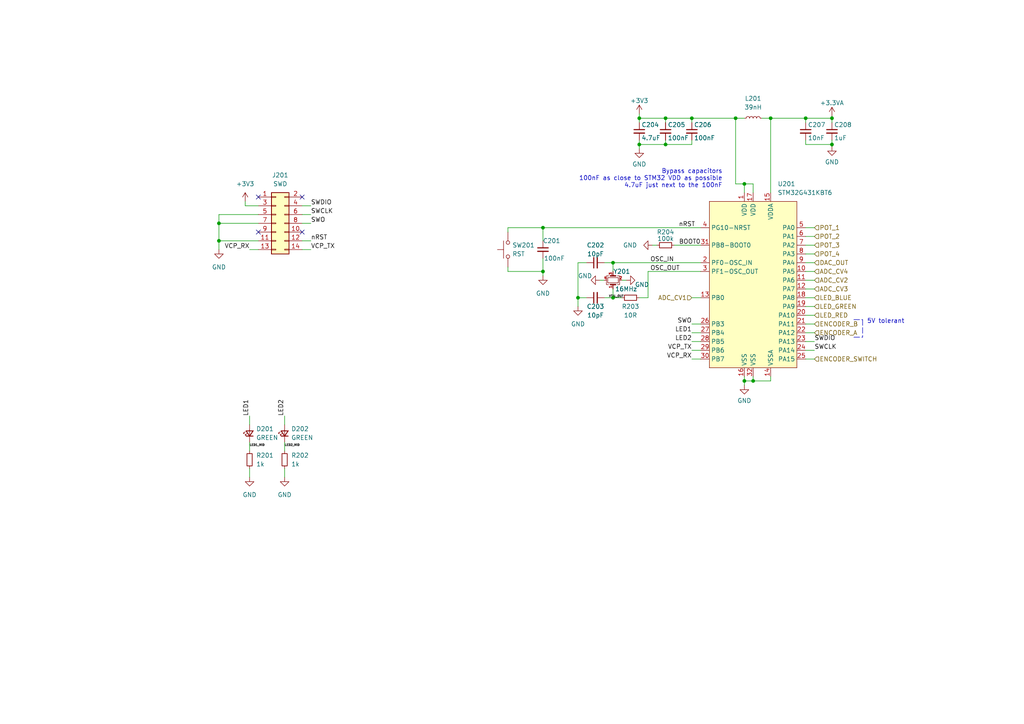
<source format=kicad_sch>
(kicad_sch (version 20211123) (generator eeschema)
  (paper "A4")
  (lib_symbols
    (symbol "Connector_Generic:Conn_02x07_Odd_Even" (pin_names (offset 1.016) hide)
      (property "Reference" "J" (at 1.27 10.16 0))
      (property "Value" "Conn_02x07_Odd_Even" (at 1.27 -10.16 0))
      (symbol "Conn_02x07_Odd_Even_1_1"
        (rectangle (start -1.27 -7.493) (end 0 -7.747) (stroke (width 0.1524)))
        (rectangle (start -1.27 -4.953) (end 0 -5.207) (stroke (width 0.1524)))
        (rectangle (start -1.27 -2.413) (end 0 -2.667) (stroke (width 0.1524)))
        (rectangle (start -1.27 0.127) (end 0 -0.127) (stroke (width 0.1524)))
        (rectangle (start -1.27 2.667) (end 0 2.413) (stroke (width 0.1524)))
        (rectangle (start -1.27 5.207) (end 0 4.953) (stroke (width 0.1524)))
        (rectangle (start -1.27 7.747) (end 0 7.493) (stroke (width 0.1524)))
        (rectangle (start -1.27 8.89) (end 3.81 -8.89) (stroke (width 0.254)) (fill (type background)))
        (rectangle (start 3.81 -7.493) (end 2.54 -7.747) (stroke (width 0.1524)))
        (rectangle (start 3.81 -4.953) (end 2.54 -5.207) (stroke (width 0.1524)))
        (rectangle (start 3.81 -2.413) (end 2.54 -2.667) (stroke (width 0.1524)))
        (rectangle (start 3.81 0.127) (end 2.54 -0.127) (stroke (width 0.1524)))
        (rectangle (start 3.81 2.667) (end 2.54 2.413) (stroke (width 0.1524)))
        (rectangle (start 3.81 5.207) (end 2.54 4.953) (stroke (width 0.1524)))
        (rectangle (start 3.81 7.747) (end 2.54 7.493) (stroke (width 0.1524)))
        (pin passive line (at -5.08 7.62 0) (length 3.81) (name "Pin_1") (number "1"))
        (pin passive line (at 7.62 -2.54 180) (length 3.81) (name "Pin_10") (number "10"))
        (pin passive line (at -5.08 -5.08 0) (length 3.81) (name "Pin_11") (number "11"))
        (pin passive line (at 7.62 -5.08 180) (length 3.81) (name "Pin_12") (number "12"))
        (pin passive line (at -5.08 -7.62 0) (length 3.81) (name "Pin_13") (number "13"))
        (pin passive line (at 7.62 -7.62 180) (length 3.81) (name "Pin_14") (number "14"))
        (pin passive line (at 7.62 7.62 180) (length 3.81) (name "Pin_2") (number "2"))
        (pin passive line (at -5.08 5.08 0) (length 3.81) (name "Pin_3") (number "3"))
        (pin passive line (at 7.62 5.08 180) (length 3.81) (name "Pin_4") (number "4"))
        (pin passive line (at -5.08 2.54 0) (length 3.81) (name "Pin_5") (number "5"))
        (pin passive line (at 7.62 2.54 180) (length 3.81) (name "Pin_6") (number "6"))
        (pin passive line (at -5.08 0 0) (length 3.81) (name "Pin_7") (number "7"))
        (pin passive line (at 7.62 0 180) (length 3.81) (name "Pin_8") (number "8"))
        (pin passive line (at -5.08 -2.54 0) (length 3.81) (name "Pin_9") (number "9"))
      )
    )
    (symbol "Device:C_Small" (pin_numbers hide) (pin_names (offset 0.254) hide)
      (property "Reference" "C" (at 0.254 1.778 0))
      (property "Value" "C_Small" (at 0.254 -2.032 0))
      (symbol "C_Small_0_1"
        (polyline (pts (xy -1.524 -0.508) (xy 1.524 -0.508)) (stroke (width 0.3302)))
        (polyline (pts (xy -1.524 0.508) (xy 1.524 0.508)) (stroke (width 0.3048)))
      )
      (symbol "C_Small_1_1"
        (pin passive line (at 0 2.54 270) (length 2.032) (name "~") (number "1"))
        (pin passive line (at 0 -2.54 90) (length 2.032) (name "~") (number "2"))
      )
    )
    (symbol "Device:Crystal_GND24_Small" (pin_names (offset 1.016) hide)
      (property "Reference" "Y" (at 1.27 4.445 0))
      (property "Value" "Crystal_GND24_Small" (at 1.27 2.54 0))
      (symbol "Crystal_GND24_Small_0_1"
        (rectangle (start -0.762 -1.524) (end 0.762 1.524))
        (polyline (pts (xy -1.27 -0.762) (xy -1.27 0.762)) (stroke (width 0.381)))
        (polyline (pts (xy 1.27 -0.762) (xy 1.27 0.762)) (stroke (width 0.381)))
        (polyline (pts (xy -1.27 -1.27) (xy -1.27 -1.905) (xy 1.27 -1.905) (xy 1.27 -1.27)))
        (polyline (pts (xy -1.27 1.27) (xy -1.27 1.905) (xy 1.27 1.905) (xy 1.27 1.27)))
      )
      (symbol "Crystal_GND24_Small_1_1"
        (pin passive line (at -2.54 0 0) (length 1.27) (name "1") (number "1"))
        (pin passive line (at 0 -2.54 90) (length 0.635) (name "2") (number "2"))
        (pin passive line (at 2.54 0 180) (length 1.27) (name "3") (number "3"))
        (pin passive line (at 0 2.54 270) (length 0.635) (name "4") (number "4"))
      )
    )
    (symbol "Device:LED_Small" (pin_numbers hide) (pin_names (offset 0.254) hide)
      (property "Reference" "D" (at -1.27 3.175 0))
      (property "Value" "LED_Small" (at -4.445 -2.54 0))
      (symbol "LED_Small_0_1"
        (polyline (pts (xy -0.762 -1.016) (xy -0.762 1.016)) (stroke (width 0.254)))
        (polyline (pts (xy 1.016 0) (xy -0.762 0)))
        (polyline (pts (xy 0.762 -1.016) (xy -0.762 0) (xy 0.762 1.016) (xy 0.762 -1.016)) (stroke (width 0.254)))
        (polyline (pts (xy 0 0.762) (xy -0.508 1.27) (xy -0.254 1.27) (xy -0.508 1.27) (xy -0.508 1.016)))
        (polyline (pts (xy 0.508 1.27) (xy 0 1.778) (xy 0.254 1.778) (xy 0 1.778) (xy 0 1.524)))
      )
      (symbol "LED_Small_1_1"
        (pin passive line (at -2.54 0 0) (length 1.778) (name "K") (number "1"))
        (pin passive line (at 2.54 0 180) (length 1.778) (name "A") (number "2"))
      )
    )
    (symbol "Device:L_Small" (pin_numbers hide) (pin_names (offset 0.254) hide)
      (property "Reference" "L" (at 0.762 1.016 0))
      (property "Value" "L_Small" (at 0.762 -1.016 0))
      (symbol "L_Small_0_1"
        (arc (start 0 -2.032) (mid 0.508 -1.524) (end 0 -1.016))
        (arc (start 0 -1.016) (mid 0.508 -0.508) (end 0 0))
        (arc (start 0 0) (mid 0.508 0.508) (end 0 1.016))
        (arc (start 0 1.016) (mid 0.508 1.524) (end 0 2.032))
      )
      (symbol "L_Small_1_1"
        (pin passive line (at 0 2.54 270) (length 0.508) (name "~") (number "1"))
        (pin passive line (at 0 -2.54 90) (length 0.508) (name "~") (number "2"))
      )
    )
    (symbol "Device:R_Small" (pin_numbers hide) (pin_names (offset 0.254) hide)
      (property "Reference" "R" (at 0.762 0.508 0))
      (property "Value" "R_Small" (at 0.762 -1.016 0))
      (symbol "R_Small_0_1"
        (rectangle (start -0.762 1.778) (end 0.762 -1.778) (stroke (width 0.2032)))
      )
      (symbol "R_Small_1_1"
        (pin passive line (at 0 2.54 270) (length 0.762) (name "~") (number "1"))
        (pin passive line (at 0 -2.54 90) (length 0.762) (name "~") (number "2"))
      )
    )
    (symbol "Switch:SW_Push" (pin_numbers hide) (pin_names (offset 1.016) hide)
      (property "Reference" "SW" (at 1.27 2.54 0))
      (property "Value" "SW_Push" (at 0 -1.524 0))
      (symbol "SW_Push_0_1"
        (circle (center -2.032 0) (radius 0.508))
        (polyline (pts (xy 0 1.27) (xy 0 3.048)))
        (polyline (pts (xy 2.54 1.27) (xy -2.54 1.27)))
        (circle (center 2.032 0) (radius 0.508))
        (pin passive line (at -5.08 0 0) (length 2.54) (name "1") (number "1"))
        (pin passive line (at 5.08 0 180) (length 2.54) (name "2") (number "2"))
      )
    )
    (symbol "WITNS_ST:STM32G431KBT6"
      (property "Reference" "U" (at 7.62 29.21 0))
      (property "Value" "STM32G431KBT6" (at 7.62 26.67 0))
      (symbol "STM32G431KBT6_0_1"
        (rectangle (start -12.7 24.13) (end 12.7 -24.13) (fill (type background)))
      )
      (symbol "STM32G431KBT6_1_1"
        (pin power_in line (at -2.54 26.67 270) (length 2.54) (name "VDD") (number "1"))
        (pin bidirectional line (at 15.24 3.81 180) (length 2.54) (name "PA5") (number "10"))
        (pin bidirectional line (at 15.24 1.27 180) (length 2.54) (name "PA6") (number "11"))
        (pin bidirectional line (at 15.24 -1.27 180) (length 2.54) (name "PA7") (number "12"))
        (pin bidirectional line (at -15.24 -3.81 0) (length 2.54) (name "PB0") (number "13"))
        (pin power_in line (at 5.08 -26.67 90) (length 2.54) (name "VSSA") (number "14"))
        (pin power_in line (at 5.08 26.67 270) (length 2.54) (name "VDDA") (number "15"))
        (pin power_in line (at -2.54 -26.67 90) (length 2.54) (name "VSS") (number "16"))
        (pin power_in line (at 0 26.67 270) (length 2.54) (name "VDD") (number "17"))
        (pin bidirectional line (at 15.24 -3.81 180) (length 2.54) (name "PA8") (number "18"))
        (pin bidirectional line (at 15.24 -6.35 180) (length 2.54) (name "PA9") (number "19"))
        (pin bidirectional line (at -15.24 6.35 0) (length 2.54) (name "PF0-OSC_IN") (number "2"))
        (pin bidirectional line (at 15.24 -8.89 180) (length 2.54) (name "PA10") (number "20"))
        (pin bidirectional line (at 15.24 -11.43 180) (length 2.54) (name "PA11") (number "21"))
        (pin bidirectional line (at 15.24 -13.97 180) (length 2.54) (name "PA12") (number "22"))
        (pin bidirectional line (at 15.24 -16.51 180) (length 2.54) (name "PA13") (number "23"))
        (pin bidirectional line (at 15.24 -19.05 180) (length 2.54) (name "PA14") (number "24"))
        (pin bidirectional line (at 15.24 -21.59 180) (length 2.54) (name "PA15") (number "25"))
        (pin bidirectional line (at -15.24 -11.43 0) (length 2.54) (name "PB3") (number "26"))
        (pin bidirectional line (at -15.24 -13.97 0) (length 2.54) (name "PB4") (number "27"))
        (pin bidirectional line (at -15.24 -16.51 0) (length 2.54) (name "PB5") (number "28"))
        (pin bidirectional line (at -15.24 -19.05 0) (length 2.54) (name "PB6") (number "29"))
        (pin bidirectional line (at -15.24 3.81 0) (length 2.54) (name "PF1-OSC_OUT") (number "3"))
        (pin bidirectional line (at -15.24 -21.59 0) (length 2.54) (name "PB7") (number "30"))
        (pin bidirectional line (at -15.24 11.43 0) (length 2.54) (name "PB8-BOOT0") (number "31"))
        (pin power_in line (at 0 -26.67 90) (length 2.54) (name "VSS") (number "32"))
        (pin bidirectional line (at -15.24 16.51 0) (length 2.54) (name "PG10-NRST") (number "4"))
        (pin bidirectional line (at 15.24 16.51 180) (length 2.54) (name "PA0") (number "5"))
        (pin bidirectional line (at 15.24 13.97 180) (length 2.54) (name "PA1") (number "6"))
        (pin bidirectional line (at 15.24 11.43 180) (length 2.54) (name "PA2") (number "7"))
        (pin bidirectional line (at 15.24 8.89 180) (length 2.54) (name "PA3") (number "8"))
        (pin bidirectional line (at 15.24 6.35 180) (length 2.54) (name "PA4") (number "9"))
      )
    )
    (symbol "power:+3.3V" (power) (pin_names (offset 0))
      (property "Value" "+3.3V" (at 0 3.556 0))
      (symbol "+3.3V_0_1"
        (polyline (pts (xy -0.762 1.27) (xy 0 2.54)))
        (polyline (pts (xy 0 0) (xy 0 2.54)))
        (polyline (pts (xy 0 2.54) (xy 0.762 1.27)))
      )
      (symbol "+3.3V_1_1"
        (pin power_in line (at 0 0 90) (length 0) hide (name "+3V3") (number "1"))
      )
    )
    (symbol "power:+3.3VA" (power) (pin_names (offset 0))
      (property "Value" "+3.3VA" (at 0 3.556 0))
      (symbol "+3.3VA_0_1"
        (polyline (pts (xy -0.762 1.27) (xy 0 2.54)))
        (polyline (pts (xy 0 0) (xy 0 2.54)))
        (polyline (pts (xy 0 2.54) (xy 0.762 1.27)))
      )
      (symbol "+3.3VA_1_1"
        (pin power_in line (at 0 0 90) (length 0) hide (name "+3.3VA") (number "1"))
      )
    )
    (symbol "power:GND" (power) (pin_names (offset 0))
      (property "Value" "GND" (at 0 -3.81 0))
      (symbol "GND_0_1"
        (polyline (pts (xy 0 0) (xy 0 -1.27) (xy 1.27 -1.27) (xy 0 -2.54) (xy -1.27 -1.27) (xy 0 -1.27)))
      )
      (symbol "GND_1_1"
        (pin power_in line (at 0 0 270) (length 0) hide (name "GND") (number "1"))
      )
    )
  )
  (junction (at 177.8 86.36))
  (junction (at 193.04 34.29))
  (junction (at 215.9 110.49))
  (junction (at 193.04 41.91))
  (junction (at 215.9 53.34))
  (junction (at 223.52 34.29))
  (junction (at 185.42 34.29))
  (junction (at 185.42 41.91))
  (junction (at 241.3 34.29))
  (junction (at 241.3 41.91))
  (junction (at 177.8 76.2))
  (junction (at 200.66 34.29))
  (junction (at 63.5 69.85))
  (junction (at 157.48 78.74))
  (junction (at 213.36 34.29))
  (junction (at 218.44 110.49))
  (junction (at 233.68 34.29))
  (junction (at 167.64 86.36))
  (junction (at 63.5 64.77))
  (junction (at 157.48 66.04))
  (no_connect (at 74.93 67.31))
  (no_connect (at 87.63 57.15))
  (no_connect (at 74.93 57.15))
  (no_connect (at 87.63 67.31))
  (wire (pts (xy 175.26 76.2) (xy 177.8 76.2)))
  (wire (pts (xy 200.66 99.06) (xy 203.2 99.06)))
  (wire (pts (xy 177.8 78.74) (xy 177.8 76.2)))
  (wire (pts (xy 185.42 86.36) (xy 187.96 86.36)))
  (wire (pts (xy 193.04 40.64) (xy 193.04 41.91)))
  (wire (pts (xy 233.68 76.2) (xy 236.22 76.2)))
  (wire (pts (xy 193.04 41.91) (xy 185.42 41.91)))
  (wire (pts (xy 233.68 99.06) (xy 236.22 99.06)))
  (wire (pts (xy 87.63 59.69) (xy 90.17 59.69)))
  (wire (pts (xy 147.32 67.31) (xy 147.32 66.04)))
  (wire (pts (xy 63.5 64.77) (xy 63.5 69.85)))
  (wire (pts (xy 63.5 64.77) (xy 74.93 64.77)))
  (wire (pts (xy 185.42 33.02) (xy 185.42 34.29)))
  (wire (pts (xy 63.5 69.85) (xy 63.5 72.39)))
  (wire (pts (xy 223.52 34.29) (xy 233.68 34.29)))
  (wire (pts (xy 193.04 34.29) (xy 193.04 35.56)))
  (wire (pts (xy 180.34 81.28) (xy 181.61 81.28)))
  (wire (pts (xy 63.5 62.23) (xy 63.5 64.77)))
  (wire (pts (xy 200.66 93.98) (xy 203.2 93.98)))
  (wire (pts (xy 200.66 34.29) (xy 200.66 35.56)))
  (wire (pts (xy 213.36 34.29) (xy 215.9 34.29)))
  (wire (pts (xy 233.68 81.28) (xy 236.22 81.28)))
  (wire (pts (xy 177.8 83.82) (xy 177.8 86.36)))
  (wire (pts (xy 233.68 73.66) (xy 236.22 73.66)))
  (wire (pts (xy 72.39 135.89) (xy 72.39 138.43)))
  (wire (pts (xy 233.68 78.74) (xy 236.22 78.74)))
  (wire (pts (xy 218.44 53.34) (xy 218.44 55.88)))
  (wire (pts (xy 72.39 128.27) (xy 72.39 130.81)))
  (wire (pts (xy 177.8 86.36) (xy 180.34 86.36)))
  (wire (pts (xy 233.68 34.29) (xy 241.3 34.29)))
  (wire (pts (xy 71.12 59.69) (xy 74.93 59.69)))
  (wire (pts (xy 185.42 41.91) (xy 185.42 43.18)))
  (wire (pts (xy 233.68 66.04) (xy 236.22 66.04)))
  (wire (pts (xy 233.68 71.12) (xy 236.22 71.12)))
  (wire (pts (xy 157.48 74.93) (xy 157.48 78.74)))
  (wire (pts (xy 223.52 34.29) (xy 223.52 55.88)))
  (wire (pts (xy 167.64 86.36) (xy 170.18 86.36)))
  (wire (pts (xy 233.68 41.91) (xy 241.3 41.91)))
  (wire (pts (xy 233.68 96.52) (xy 236.22 96.52)))
  (wire (pts (xy 203.2 78.74) (xy 187.96 78.74)))
  (wire (pts (xy 157.48 78.74) (xy 157.48 80.01)))
  (wire (pts (xy 190.5 71.12) (xy 189.23 71.12)))
  (wire (pts (xy 185.42 40.64) (xy 185.42 41.91)))
  (wire (pts (xy 167.64 86.36) (xy 167.64 88.9)))
  (wire (pts (xy 215.9 110.49) (xy 215.9 111.76)))
  (wire (pts (xy 167.64 76.2) (xy 167.64 86.36)))
  (wire (pts (xy 218.44 53.34) (xy 215.9 53.34)))
  (wire (pts (xy 82.55 128.27) (xy 82.55 130.81)))
  (wire (pts (xy 147.32 66.04) (xy 157.48 66.04)))
  (wire (pts (xy 200.66 96.52) (xy 203.2 96.52)))
  (wire (pts (xy 63.5 69.85) (xy 74.93 69.85)))
  (wire (pts (xy 90.17 72.39) (xy 87.63 72.39)))
  (wire (pts (xy 157.48 66.04) (xy 203.2 66.04)))
  (polyline (pts (xy 247.65 97.79) (xy 250.19 97.79)))
  (wire (pts (xy 218.44 110.49) (xy 218.44 109.22)))
  (wire (pts (xy 175.26 86.36) (xy 177.8 86.36)))
  (wire (pts (xy 223.52 110.49) (xy 223.52 109.22)))
  (wire (pts (xy 193.04 41.91) (xy 200.66 41.91)))
  (wire (pts (xy 233.68 91.44) (xy 236.22 91.44)))
  (wire (pts (xy 233.68 40.64) (xy 233.68 41.91)))
  (wire (pts (xy 200.66 104.14) (xy 203.2 104.14)))
  (wire (pts (xy 241.3 40.64) (xy 241.3 41.91)))
  (wire (pts (xy 213.36 34.29) (xy 200.66 34.29)))
  (wire (pts (xy 203.2 71.12) (xy 195.58 71.12)))
  (wire (pts (xy 241.3 34.29) (xy 241.3 35.56)))
  (wire (pts (xy 187.96 78.74) (xy 187.96 86.36)))
  (wire (pts (xy 220.98 34.29) (xy 223.52 34.29)))
  (wire (pts (xy 157.48 66.04) (xy 157.48 69.85)))
  (wire (pts (xy 82.55 135.89) (xy 82.55 138.43)))
  (wire (pts (xy 215.9 109.22) (xy 215.9 110.49)))
  (wire (pts (xy 63.5 62.23) (xy 74.93 62.23)))
  (wire (pts (xy 200.66 101.6) (xy 203.2 101.6)))
  (wire (pts (xy 82.55 120.65) (xy 82.55 123.19)))
  (wire (pts (xy 72.39 120.65) (xy 72.39 123.19)))
  (wire (pts (xy 233.68 93.98) (xy 236.22 93.98)))
  (wire (pts (xy 233.68 86.36) (xy 236.22 86.36)))
  (wire (pts (xy 87.63 69.85) (xy 90.17 69.85)))
  (wire (pts (xy 87.63 62.23) (xy 90.17 62.23)))
  (wire (pts (xy 147.32 78.74) (xy 147.32 77.47)))
  (wire (pts (xy 218.44 110.49) (xy 223.52 110.49)))
  (wire (pts (xy 215.9 110.49) (xy 218.44 110.49)))
  (wire (pts (xy 71.12 58.42) (xy 71.12 59.69)))
  (wire (pts (xy 185.42 34.29) (xy 185.42 35.56)))
  (wire (pts (xy 87.63 64.77) (xy 90.17 64.77)))
  (wire (pts (xy 241.3 41.91) (xy 241.3 42.545)))
  (wire (pts (xy 215.9 53.34) (xy 215.9 55.88)))
  (wire (pts (xy 200.66 40.64) (xy 200.66 41.91)))
  (wire (pts (xy 215.9 53.34) (xy 213.36 53.34)))
  (wire (pts (xy 200.66 86.36) (xy 203.2 86.36)))
  (wire (pts (xy 170.18 76.2) (xy 167.64 76.2)))
  (wire (pts (xy 233.68 83.82) (xy 236.22 83.82)))
  (wire (pts (xy 241.3 33.655) (xy 241.3 34.29)))
  (wire (pts (xy 233.68 104.14) (xy 236.22 104.14)))
  (polyline (pts (xy 247.65 92.71) (xy 250.19 92.71)))
  (polyline (pts (xy 250.19 92.71) (xy 250.19 97.79)))
  (wire (pts (xy 233.68 34.29) (xy 233.68 35.56)))
  (wire (pts (xy 193.04 34.29) (xy 200.66 34.29)))
  (wire (pts (xy 157.48 78.74) (xy 147.32 78.74)))
  (wire (pts (xy 233.68 101.6) (xy 236.22 101.6)))
  (wire (pts (xy 185.42 34.29) (xy 193.04 34.29)))
  (wire (pts (xy 213.36 34.29) (xy 213.36 53.34)))
  (wire (pts (xy 173.99 81.28) (xy 175.26 81.28)))
  (wire (pts (xy 233.68 88.9) (xy 236.22 88.9)))
  (wire (pts (xy 72.39 72.39) (xy 74.93 72.39)))
  (wire (pts (xy 203.2 76.2) (xy 177.8 76.2)))
  (wire (pts (xy 233.68 68.58) (xy 236.22 68.58)))
  (text "5V tolerant" (at 251.46 93.98 0) (effects (font (size 1.27 1.27)) (justify left bottom)))
  (text "Bypass capacitors\n100nF as close to STM32 VDD as possible\n4.7uF just next to the 100nF" (at 209.55 54.61 180) (effects (font (size 1.27 1.27)) (justify right bottom)))
  (label "SWO" (at 200.66 93.98 180))
  (label "nRST" (at 90.17 69.85 0))
  (label "VCP_TX" (at 200.66 101.6 180))
  (label "LED1" (at 72.39 120.65 90))
  (label "OSC_IN" (at 188.595 76.2 0))
  (label "SWDIO" (at 236.22 99.06 0))
  (label "XTAL_OUT" (at 176.53 86.36 0) (effects (font (size 0.6 0.6))))
  (label "SWO" (at 90.17 64.77 0))
  (label "OSC_OUT" (at 188.595 78.74 0))
  (label "LED2" (at 200.66 99.06 180))
  (label "BOOT0" (at 203.2 71.12 180))
  (label "SWDIO" (at 90.17 59.69 0))
  (label "LED1" (at 200.66 96.52 180))
  (label "VCP_RX" (at 72.39 72.39 180))
  (label "VCP_TX" (at 90.17 72.39 0))
  (label "LED1_MID" (at 72.39 129.54 0) (effects (font (size 0.6 0.6))))
  (label "VCP_RX" (at 200.66 104.14 180))
  (label "LED2" (at 82.55 120.65 90))
  (label "SWCLK" (at 236.22 101.6 0))
  (label "LED2_MID" (at 82.55 129.54 0) (effects (font (size 0.6 0.6))))
  (label "SWCLK" (at 90.17 62.23 0))
  (label "nRST" (at 196.85 66.04 0))
  (hierarchical_label "ENCODER_SWITCH" (shape input) (at 236.22 104.14 0))
  (hierarchical_label "POT_2" (shape input) (at 236.22 68.58 0))
  (hierarchical_label "ADC_CV4" (shape input) (at 236.22 78.74 0))
  (hierarchical_label "ENCODER_B" (shape input) (at 236.22 93.98 0))
  (hierarchical_label "LED_BLUE" (shape input) (at 236.22 86.36 0))
  (hierarchical_label "LED_GREEN" (shape input) (at 236.22 88.9 0))
  (hierarchical_label "ADC_CV3" (shape input) (at 236.22 83.82 0))
  (hierarchical_label "POT_3" (shape input) (at 236.22 71.12 0))
  (hierarchical_label "ADC_CV2" (shape input) (at 236.22 81.28 0))
  (hierarchical_label "POT_1" (shape input) (at 236.22 66.04 0))
  (hierarchical_label "POT_4" (shape input) (at 236.22 73.66 0))
  (hierarchical_label "LED_RED" (shape input) (at 236.22 91.44 0))
  (hierarchical_label "ADC_CV1" (shape input) (at 200.66 86.36 180))
  (hierarchical_label "DAC_OUT" (shape input) (at 236.22 76.2 0))
  (hierarchical_label "ENCODER_A" (shape input) (at 236.22 96.52 0))
  (symbol (lib_id "power:GND") (at 173.99 81.28 270) (unit 1)
    (property "Reference" "#PWR0207" (effects hide))
    (property "Value" "GND" (at 167.64 80.01 90) (effects (justify left)))
  )
  (symbol (lib_id "power:+3.3V") (at 185.42 33.02 0) (unit 1)
    (property "Reference" "#PWR0209" (effects hide))
    (property "Value" "+3.3V" (at 185.42 29.21 0))
  )
  (symbol (lib_id "power:GND") (at 241.3 42.545 0) (unit 1)
    (property "Reference" "#PWR0214" (effects hide))
    (property "Value" "GND" (at 241.3 46.99 0))
  )
  (symbol (lib_id "power:GND") (at 185.42 43.18 0) (unit 1)
    (property "Reference" "#PWR0210" (effects hide))
    (property "Value" "GND" (at 185.42 47.625 0))
  )
  (symbol (lib_id "Device:C_Small") (at 157.48 72.39 0) (unit 1)
    (property "Reference" "C201" (at 162.56 69.85 0) (effects (justify right)))
    (property "Value" "100nF" (at 163.83 74.93 0) (effects (justify right)))
    (property "Footprint" "Capacitor_SMD:C_0603_1608Metric" (effects hide))
  )
  (symbol (lib_id "power:GND") (at 181.61 81.28 90) (unit 1)
    (property "Reference" "#PWR0208" (effects hide))
    (property "Value" "GND" (at 184.15 82.55 90) (effects (justify right)))
  )
  (symbol (lib_id "Connector_Generic:Conn_02x07_Odd_Even") (at 80.01 64.77 0) (unit 1)
    (property "Reference" "J201" (at 81.28 50.8 0))
    (property "Value" "SWD" (at 81.28 53.34 0))
    (property "Footprint" "Connector_PinHeader_1.27mm:PinHeader_2x07_P1.27mm_Vertical_SMD" (effects hide))
    (property "Farnell" "3226055" (effects hide))
    (property "Footprint" "Connector_PinHeader_1.27mm:PinHeader_2x07_P1.27mm_Vertical_SMD" (effects hide))
    (property "Reference" "J7" (effects hide))
    (property "Value" "Conn_02x07_Odd_Even" (effects hide))
  )
  (symbol (lib_id "Device:Crystal_GND24_Small") (at 177.8 81.28 90) (unit 1)
    (property "Reference" "Y201" (at 180.34 78.74 90))
    (property "Value" "16MHz" (at 181.61 83.82 90))
    (property "Footprint" "Crystal:Crystal_SMD_EuroQuartz_MT-4Pin_3.2x2.5mm" (effects hide))
    (property "Farnell" "2853935" (effects hide))
  )
  (symbol (lib_id "power:GND") (at 63.5 72.39 0) (unit 1)
    (property "Reference" "#PWR0201" (effects hide))
    (property "Value" "GND" (at 63.5 77.47 0))
  )
  (symbol (lib_id "power:+3.3V") (at 71.12 58.42 0) (unit 1)
    (property "Reference" "#PWR0202" (effects hide))
    (property "Value" "+3.3V" (at 71.12 53.34 0))
  )
  (symbol (lib_id "power:+3.3VA") (at 241.3 33.655 0) (unit 1)
    (property "Reference" "#PWR0213" (effects hide))
    (property "Value" "+3.3VA" (at 241.3 29.845 0))
  )
  (symbol (lib_id "Device:C_Small") (at 172.72 76.2 90) (unit 1)
    (property "Reference" "C202" (at 172.72 71.12 90))
    (property "Value" "10pF" (at 172.72 73.66 90))
    (property "Footprint" "Capacitor_SMD:C_0603_1608Metric" (effects hide))
  )
  (symbol (lib_id "power:GND") (at 72.39 138.43 0) (unit 1)
    (property "Reference" "#PWR0203" (effects hide))
    (property "Value" "GND" (at 72.39 143.51 0))
  )
  (symbol (lib_id "WITNS_ST:STM32G431KBT6") (at 218.44 82.55 0) (unit 1)
    (property "Reference" "U201" (at 225.5394 53.34 0) (effects (justify left)))
    (property "Value" "STM32G431KBT6" (at 225.5394 55.88 0) (effects (justify left)))
    (property "Footprint" "Package_QFP:LQFP-32_7x7mm_P0.8mm" (effects hide))
  )
  (symbol (lib_id "Device:R_Small") (at 82.55 133.35 0) (unit 1)
    (property "Reference" "R202" (at 84.455 132.0799 0) (effects (justify left)))
    (property "Value" "1k" (at 84.455 134.6199 0) (effects (justify left)))
    (property "Footprint" "Resistor_SMD:R_0603_1608Metric" (effects hide))
  )
  (symbol (lib_id "Switch:SW_Push") (at 147.32 72.39 90) (unit 1)
    (property "Reference" "SW201" (at 148.59 71.1199 90) (effects (justify right)))
    (property "Value" "RST" (at 148.59 73.6599 90) (effects (justify right)))
    (property "Footprint" "Button_Switch_SMD:SW_SPST_B3U-1000P" (effects hide))
    (property "Farnell" "1333652" (effects hide))
  )
  (symbol (lib_id "Device:C_Small") (at 185.42 38.1 0) (unit 1)
    (property "Reference" "C204" (at 186.055 36.195 0) (effects (justify left)))
    (property "Value" "4.7uF" (at 186.055 40.005 0) (effects (justify left)))
    (property "Footprint" "Capacitor_SMD:C_0603_1608Metric_Pad1.08x0.95mm_HandSolder" (effects hide))
    (property "Farnell" "3013398" (effects hide))
  )
  (symbol (lib_id "power:GND") (at 167.64 88.9 0) (unit 1)
    (property "Reference" "#PWR0206" (effects hide))
    (property "Value" "GND" (at 167.64 93.98 0))
  )
  (symbol (lib_id "Device:LED_Small") (at 72.39 125.73 90) (unit 1)
    (property "Reference" "D201" (at 74.295 124.3964 90) (effects (justify right)))
    (property "Value" "GREEN" (at 74.295 126.9364 90) (effects (justify right)))
    (property "Footprint" "LED_SMD:LED_0603_1608Metric" (effects hide))
  )
  (symbol (lib_id "power:GND") (at 157.48 80.01 0) (unit 1)
    (property "Reference" "#PWR0205" (effects hide))
    (property "Value" "GND" (at 157.48 85.09 0))
  )
  (symbol (lib_id "Device:C_Small") (at 193.04 38.1 0) (unit 1)
    (property "Reference" "C205" (at 193.675 36.195 0) (effects (justify left)))
    (property "Value" "100nF" (at 193.675 40.005 0) (effects (justify left)))
    (property "Footprint" "Capacitor_SMD:C_0603_1608Metric_Pad1.08x0.95mm_HandSolder" (effects hide))
  )
  (symbol (lib_id "Device:C_Small") (at 200.66 38.1 0) (unit 1)
    (property "Reference" "C206" (at 201.295 36.195 0) (effects (justify left)))
    (property "Value" "100nF" (at 201.295 40.005 0) (effects (justify left)))
    (property "Footprint" "Capacitor_SMD:C_0603_1608Metric_Pad1.08x0.95mm_HandSolder" (effects hide))
  )
  (symbol (lib_id "Device:C_Small") (at 172.72 86.36 90) (unit 1)
    (property "Reference" "C203" (at 172.72 88.9 90))
    (property "Value" "10pF" (at 172.72 91.44 90))
    (property "Footprint" "Capacitor_SMD:C_0603_1608Metric" (effects hide))
  )
  (symbol (lib_id "power:GND") (at 82.55 138.43 0) (unit 1)
    (property "Reference" "#PWR0204" (effects hide))
    (property "Value" "GND" (at 82.55 143.51 0))
  )
  (symbol (lib_id "Device:R_Small") (at 182.88 86.36 90) (unit 1)
    (property "Reference" "R203" (at 182.88 88.9 90))
    (property "Value" "10R" (at 182.88 91.44 90))
    (property "Footprint" "Resistor_SMD:R_0603_1608Metric" (effects hide))
  )
  (symbol (lib_id "Device:C_Small") (at 241.3 38.1 0) (unit 1)
    (property "Reference" "C208" (at 241.935 36.195 0) (effects (justify left)))
    (property "Value" "1uF" (at 241.935 40.005 0) (effects (justify left)))
    (property "Footprint" "Capacitor_SMD:C_0603_1608Metric_Pad1.08x0.95mm_HandSolder" (effects hide))
    (property "Farnell" "3013398" (effects hide))
  )
  (symbol (lib_id "power:GND") (at 215.9 111.76 0) (unit 1)
    (property "Reference" "#PWR0212" (effects hide))
    (property "Value" "GND" (at 215.9 116.205 0))
  )
  (symbol (lib_id "Device:C_Small") (at 233.68 38.1 0) (unit 1)
    (property "Reference" "C207" (at 234.315 36.195 0) (effects (justify left)))
    (property "Value" "10nF" (at 234.315 40.005 0) (effects (justify left)))
    (property "Footprint" "Capacitor_SMD:C_0603_1608Metric_Pad1.08x0.95mm_HandSolder" (effects hide))
  )
  (symbol (lib_id "Device:R_Small") (at 72.39 133.35 0) (unit 1)
    (property "Reference" "R201" (at 74.295 132.0799 0) (effects (justify left)))
    (property "Value" "1k" (at 74.295 134.6199 0) (effects (justify left)))
    (property "Footprint" "Resistor_SMD:R_0603_1608Metric" (effects hide))
  )
  (symbol (lib_id "Device:R_Small") (at 193.04 71.12 270) (unit 1)
    (property "Reference" "R204" (at 193.04 67.31 90))
    (property "Value" "100k" (at 193.04 69.215 90))
    (property "Footprint" "Resistor_SMD:R_0603_1608Metric" (effects hide))
  )
  (symbol (lib_id "Device:LED_Small") (at 82.55 125.73 90) (unit 1)
    (property "Reference" "D202" (at 84.455 124.3964 90) (effects (justify right)))
    (property "Value" "GREEN" (at 84.455 126.9364 90) (effects (justify right)))
    (property "Footprint" "LED_SMD:LED_0603_1608Metric" (effects hide))
  )
  (symbol (lib_id "Device:L_Small") (at 218.44 34.29 90) (unit 1)
    (property "Reference" "L201" (at 218.44 28.575 90))
    (property "Value" "39nH" (at 218.44 31.115 90))
    (property "Footprint" "Inductor_SMD:L_0603_1608Metric" (effects hide))
  )
  (symbol (lib_id "power:GND") (at 189.23 71.12 270) (unit 1)
    (property "Reference" "#PWR0211" (effects hide))
    (property "Value" "GND" (at 184.785 71.1201 90) (effects (justify right)))
  )
)
</source>
